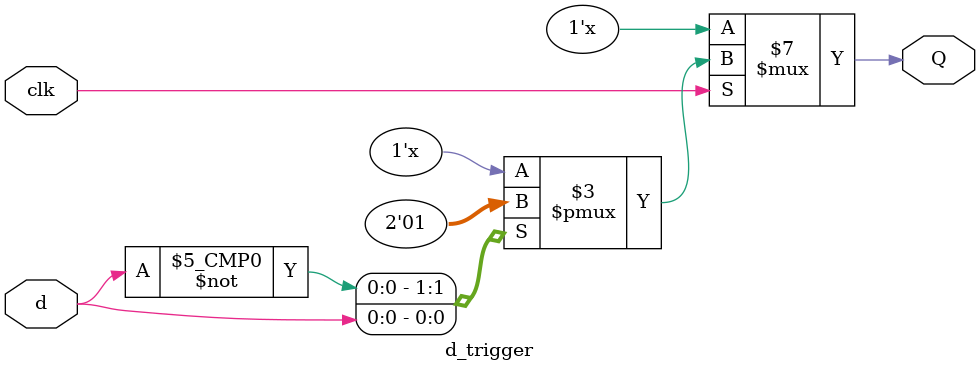
<source format=v>
`timescale 1ns / 1ps
module d_trigger(d, clk, Q);
input d, clk;
output Q;
reg Q;
always @(clk, d)
begin
    if(!clk)
        Q <= Q;
    else
        case(d)
            0: Q <= 0; 
            1: Q <= 1;
        endcase
end
endmodule

</source>
